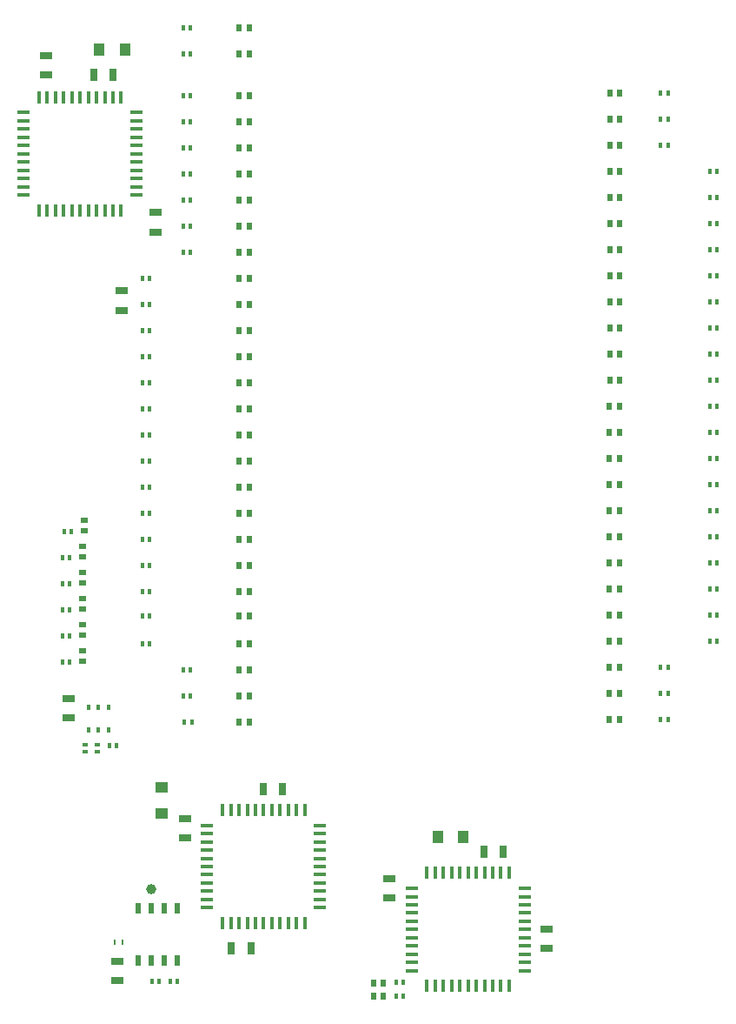
<source format=gtp>
G04*
G04 #@! TF.GenerationSoftware,Altium Limited,Altium Designer,22.6.1 (34)*
G04*
G04 Layer_Color=8421504*
%FSLAX44Y44*%
%MOMM*%
G71*
G04*
G04 #@! TF.SameCoordinates,4419A6E8-9986-4028-A635-E4EA591E95E1*
G04*
G04*
G04 #@! TF.FilePolarity,Positive*
G04*
G01*
G75*
%ADD19R,1.0000X1.3000*%
%ADD20R,1.3000X1.0000*%
%ADD21R,0.3000X0.5000*%
%ADD22R,0.6000X0.7000*%
%ADD23R,0.4000X0.6000*%
%ADD24R,0.5000X0.3000*%
%ADD25R,0.7000X0.6000*%
%ADD26R,1.2500X0.8000*%
%ADD27R,0.8000X1.2500*%
%ADD28R,0.2500X0.5000*%
%ADD29C,1.0000*%
%ADD30R,0.5000X1.1000*%
%ADD31R,0.4000X1.2000*%
%ADD32R,1.2000X0.4000*%
D19*
X108912Y940000D02*
D03*
X133912D02*
D03*
X438604Y173482D02*
D03*
X463604D02*
D03*
D20*
X169926Y196796D02*
D03*
Y221796D02*
D03*
D21*
X397914Y31994D02*
D03*
X404914D02*
D03*
X397914Y19040D02*
D03*
X404914D02*
D03*
X167424Y33010D02*
D03*
X160424D02*
D03*
X184950Y33264D02*
D03*
X177950D02*
D03*
X118764Y262880D02*
D03*
X125764D02*
D03*
X81826Y471160D02*
D03*
X74826D02*
D03*
X80048Y445760D02*
D03*
X73048D02*
D03*
X80048Y420360D02*
D03*
X73048D02*
D03*
X80048Y394960D02*
D03*
X73048D02*
D03*
X80048Y369560D02*
D03*
X73048D02*
D03*
X80048Y344160D02*
D03*
X73048D02*
D03*
X158026Y590540D02*
D03*
X151026D02*
D03*
X158026Y565140D02*
D03*
X151026D02*
D03*
X158026Y539740D02*
D03*
X151026D02*
D03*
X158026Y514340D02*
D03*
X151026D02*
D03*
X158026Y488940D02*
D03*
X151026D02*
D03*
X158026Y463540D02*
D03*
X151026D02*
D03*
X158026Y438140D02*
D03*
X151026D02*
D03*
X158026Y412740D02*
D03*
X151026D02*
D03*
X158026Y388610D02*
D03*
X151026D02*
D03*
X158026Y361940D02*
D03*
X151026D02*
D03*
X197650Y336540D02*
D03*
X190650D02*
D03*
X197650Y311140D02*
D03*
X190650D02*
D03*
X198920Y285740D02*
D03*
X191920D02*
D03*
X158026Y615940D02*
D03*
X151026D02*
D03*
X158026Y641340D02*
D03*
X151026D02*
D03*
X158026Y666740D02*
D03*
X151026D02*
D03*
X158026Y692140D02*
D03*
X151026D02*
D03*
X158026Y717540D02*
D03*
X151026D02*
D03*
X197650Y742940D02*
D03*
X190650D02*
D03*
X197650Y768340D02*
D03*
X190650D02*
D03*
X197650Y793740D02*
D03*
X190650D02*
D03*
X197650Y819140D02*
D03*
X190650D02*
D03*
X197650Y844540D02*
D03*
X190650D02*
D03*
X197650Y869940D02*
D03*
X190650D02*
D03*
X197650Y895340D02*
D03*
X190650D02*
D03*
X197650Y935340D02*
D03*
X190650D02*
D03*
X197650Y960740D02*
D03*
X190650D02*
D03*
X703984Y364234D02*
D03*
X710984D02*
D03*
X703984Y389605D02*
D03*
X710984D02*
D03*
X703984Y414976D02*
D03*
X710984D02*
D03*
X703984Y440347D02*
D03*
X710984D02*
D03*
X703984Y465718D02*
D03*
X710984D02*
D03*
X703984Y491088D02*
D03*
X710984D02*
D03*
X703984Y516459D02*
D03*
X710984D02*
D03*
X703984Y541830D02*
D03*
X710984D02*
D03*
X703984Y567201D02*
D03*
X710984D02*
D03*
X703984Y592572D02*
D03*
X710984D02*
D03*
X703984Y618226D02*
D03*
X710984D02*
D03*
X703984Y643627D02*
D03*
X710984D02*
D03*
X703984Y669027D02*
D03*
X710984D02*
D03*
X703984Y694428D02*
D03*
X710984D02*
D03*
X703984Y719829D02*
D03*
X710984D02*
D03*
X703984Y745229D02*
D03*
X710984D02*
D03*
X703984Y770630D02*
D03*
X710984D02*
D03*
X703984Y796031D02*
D03*
X710984D02*
D03*
X703984Y821432D02*
D03*
X710984D02*
D03*
X655978Y288034D02*
D03*
X662978D02*
D03*
X655978Y313557D02*
D03*
X662978D02*
D03*
X655978Y339080D02*
D03*
X662978D02*
D03*
X655978Y846572D02*
D03*
X662978D02*
D03*
X655978Y872226D02*
D03*
X662978D02*
D03*
X655978Y897880D02*
D03*
X662978D02*
D03*
D22*
X385590Y31740D02*
D03*
X376090D02*
D03*
X385590Y18786D02*
D03*
X376090D02*
D03*
X615460Y592834D02*
D03*
X605960D02*
D03*
X245280Y463540D02*
D03*
X254780D02*
D03*
X615460Y567434D02*
D03*
X605960D02*
D03*
X245280Y488940D02*
D03*
X254780D02*
D03*
X615460Y542034D02*
D03*
X605960D02*
D03*
X245280Y514340D02*
D03*
X254780D02*
D03*
X615460Y516634D02*
D03*
X605960D02*
D03*
X245280Y539740D02*
D03*
X254780D02*
D03*
X615460Y491234D02*
D03*
X605960D02*
D03*
X245280Y565140D02*
D03*
X254780D02*
D03*
X615460Y465834D02*
D03*
X605960D02*
D03*
X245280Y590540D02*
D03*
X254780D02*
D03*
X615460Y440434D02*
D03*
X605960D02*
D03*
X245280Y615940D02*
D03*
X254780D02*
D03*
X615460Y415034D02*
D03*
X605960D02*
D03*
X245280Y641340D02*
D03*
X254780D02*
D03*
X615460Y389634D02*
D03*
X605960D02*
D03*
X245280Y666740D02*
D03*
X254780D02*
D03*
X615714Y872233D02*
D03*
X606214D02*
D03*
X615460Y364234D02*
D03*
X605960D02*
D03*
X245280Y692140D02*
D03*
X254780D02*
D03*
X615714Y846832D02*
D03*
X606214D02*
D03*
X615460Y338834D02*
D03*
X605960D02*
D03*
X245280Y717540D02*
D03*
X254780D02*
D03*
X615714Y821432D02*
D03*
X606214D02*
D03*
X615460Y313434D02*
D03*
X605960D02*
D03*
X245280Y742940D02*
D03*
X254780D02*
D03*
X615714Y796031D02*
D03*
X606214D02*
D03*
X615460Y288034D02*
D03*
X605960D02*
D03*
X245280Y768340D02*
D03*
X254780D02*
D03*
X615714Y770630D02*
D03*
X606214D02*
D03*
X245280Y793740D02*
D03*
X254780D02*
D03*
X615714Y745229D02*
D03*
X606214D02*
D03*
X245280Y311140D02*
D03*
X254780D02*
D03*
X245280Y819140D02*
D03*
X254780D02*
D03*
X615714Y719829D02*
D03*
X606214D02*
D03*
X245280Y336540D02*
D03*
X254780D02*
D03*
X245280Y844540D02*
D03*
X254780D02*
D03*
X615714Y694428D02*
D03*
X606214D02*
D03*
X245280Y361940D02*
D03*
X254780D02*
D03*
X245280Y869940D02*
D03*
X254780D02*
D03*
X615714Y669027D02*
D03*
X606214D02*
D03*
X245280Y388610D02*
D03*
X254780D02*
D03*
X245280Y895340D02*
D03*
X254780D02*
D03*
X615714Y643627D02*
D03*
X606214D02*
D03*
X245280Y412740D02*
D03*
X254780D02*
D03*
X245280Y935340D02*
D03*
X254780D02*
D03*
X615714Y618226D02*
D03*
X606214D02*
D03*
X245280Y438140D02*
D03*
X254780D02*
D03*
X615714Y897634D02*
D03*
X606214D02*
D03*
X245280Y285740D02*
D03*
X254780D02*
D03*
X245280Y960740D02*
D03*
X254780D02*
D03*
D23*
X108196Y277457D02*
D03*
X98696Y299457D02*
D03*
X117696D02*
D03*
X108196D02*
D03*
X117696Y277457D02*
D03*
X98696D02*
D03*
D24*
X107282Y256642D02*
D03*
Y263642D02*
D03*
X95090Y256586D02*
D03*
Y263586D02*
D03*
D25*
X92296Y344998D02*
D03*
Y354498D02*
D03*
X94074Y471998D02*
D03*
Y481498D02*
D03*
X92296Y370398D02*
D03*
Y379898D02*
D03*
Y395798D02*
D03*
Y405298D02*
D03*
Y421198D02*
D03*
Y430698D02*
D03*
Y446598D02*
D03*
Y456098D02*
D03*
D26*
X79088Y289194D02*
D03*
Y308194D02*
D03*
X126078Y33670D02*
D03*
Y52670D02*
D03*
X192626Y172608D02*
D03*
Y191608D02*
D03*
X130626Y686206D02*
D03*
Y705206D02*
D03*
X163416Y781244D02*
D03*
Y762244D02*
D03*
X56990Y914948D02*
D03*
Y933948D02*
D03*
X544322Y65176D02*
D03*
Y84176D02*
D03*
X391254Y114056D02*
D03*
Y133056D02*
D03*
D27*
X237736Y65014D02*
D03*
X256736D02*
D03*
X287376Y219964D02*
D03*
X268376D02*
D03*
X122624Y914898D02*
D03*
X103624D02*
D03*
X483608Y159502D02*
D03*
X502608D02*
D03*
D28*
X124360Y71364D02*
D03*
X131860D02*
D03*
D29*
X159606Y122672D02*
D03*
D30*
X146906Y53330D02*
D03*
X159606D02*
D03*
X172306D02*
D03*
X185006D02*
D03*
X146906Y104330D02*
D03*
X159606D02*
D03*
X172306D02*
D03*
X185006D02*
D03*
D31*
X309080Y199770D02*
D03*
X301080D02*
D03*
X293080D02*
D03*
X285080D02*
D03*
X277080D02*
D03*
X269080D02*
D03*
X261080D02*
D03*
X253080D02*
D03*
X245080D02*
D03*
X237080D02*
D03*
X229080D02*
D03*
Y89770D02*
D03*
X237080D02*
D03*
X245080D02*
D03*
X253080D02*
D03*
X261080D02*
D03*
X269080D02*
D03*
X277080D02*
D03*
X285080D02*
D03*
X293080D02*
D03*
X301080D02*
D03*
X309080D02*
D03*
X50264Y893444D02*
D03*
X58264D02*
D03*
X66264D02*
D03*
X74264D02*
D03*
X82264D02*
D03*
X90264D02*
D03*
X98264D02*
D03*
X106264D02*
D03*
X114264D02*
D03*
X122264D02*
D03*
X130264D02*
D03*
Y783444D02*
D03*
X122264D02*
D03*
X114264D02*
D03*
X106264D02*
D03*
X98264D02*
D03*
X90264D02*
D03*
X82264D02*
D03*
X74264D02*
D03*
X66264D02*
D03*
X58264D02*
D03*
X50264D02*
D03*
X428216Y138556D02*
D03*
X436216D02*
D03*
X444216D02*
D03*
X452216D02*
D03*
X460216D02*
D03*
X468216D02*
D03*
X476216D02*
D03*
X484216D02*
D03*
X492216D02*
D03*
X500216D02*
D03*
X508216D02*
D03*
Y28556D02*
D03*
X500216D02*
D03*
X492216D02*
D03*
X484216D02*
D03*
X476216D02*
D03*
X468216D02*
D03*
X460216D02*
D03*
X452216D02*
D03*
X444216D02*
D03*
X436216D02*
D03*
X428216D02*
D03*
D32*
X214080Y104770D02*
D03*
Y112770D02*
D03*
Y120770D02*
D03*
Y128770D02*
D03*
Y136770D02*
D03*
Y144770D02*
D03*
Y152770D02*
D03*
Y160770D02*
D03*
Y168770D02*
D03*
Y176770D02*
D03*
Y184770D02*
D03*
X324080D02*
D03*
Y176770D02*
D03*
Y168770D02*
D03*
Y160770D02*
D03*
Y152770D02*
D03*
Y144770D02*
D03*
Y136770D02*
D03*
Y128770D02*
D03*
Y120770D02*
D03*
Y112770D02*
D03*
Y104770D02*
D03*
X145264Y798444D02*
D03*
Y806444D02*
D03*
Y814444D02*
D03*
Y822444D02*
D03*
Y830444D02*
D03*
Y838444D02*
D03*
Y846444D02*
D03*
Y854444D02*
D03*
Y862444D02*
D03*
Y870444D02*
D03*
Y878444D02*
D03*
X35264D02*
D03*
Y870444D02*
D03*
Y862444D02*
D03*
Y854444D02*
D03*
Y846444D02*
D03*
Y838444D02*
D03*
Y830444D02*
D03*
Y822444D02*
D03*
Y814444D02*
D03*
Y806444D02*
D03*
Y798444D02*
D03*
X523216Y43556D02*
D03*
Y51556D02*
D03*
Y59556D02*
D03*
Y67556D02*
D03*
Y75556D02*
D03*
Y83556D02*
D03*
Y91556D02*
D03*
Y99556D02*
D03*
Y107556D02*
D03*
Y115556D02*
D03*
Y123556D02*
D03*
X413216D02*
D03*
Y115556D02*
D03*
Y107556D02*
D03*
Y99556D02*
D03*
Y91556D02*
D03*
Y83556D02*
D03*
Y75556D02*
D03*
Y67556D02*
D03*
Y59556D02*
D03*
Y51556D02*
D03*
Y43556D02*
D03*
M02*

</source>
